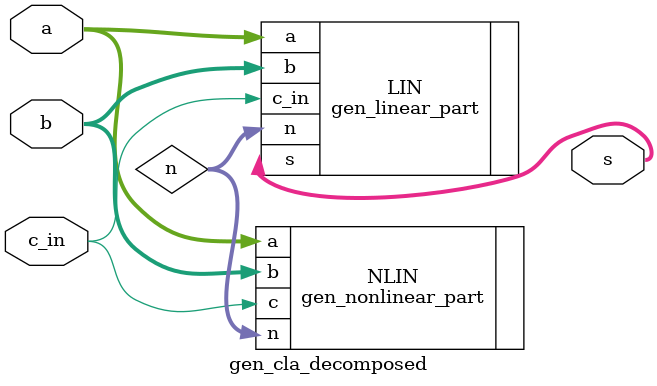
<source format=v>
module gen_cla_decomposed(a,b, c_in ,s);
//module gen_cla_decomposed(a,b, c_in ,s,c_out);

parameter NBIT = 7; //Number of bits of the adder
//parameter NNL= 56; //Number of bits of the non linear input
parameter NNL=2**(NBIT+2)-NBIT-4; //Number of bits of the non-linear outputs
 
input [NBIT-1:0]  a,b;
input             c_in;
output [NBIT:0] s;
//output           c_out;

wire [NNL-1:0]   n;

gen_nonlinear_part
//nonlinear_part
NLIN(
        .a (a),
        .b (b),
        .c (c_in),
        .n (n)
);

gen_linear_part
LIN(
        .a (a),
        .b (b),
        .c_in (c_in), //first carry in is zero
        .n (n),
        .s (s)//,
        //.c_out(c_out)
);

endmodule

</source>
